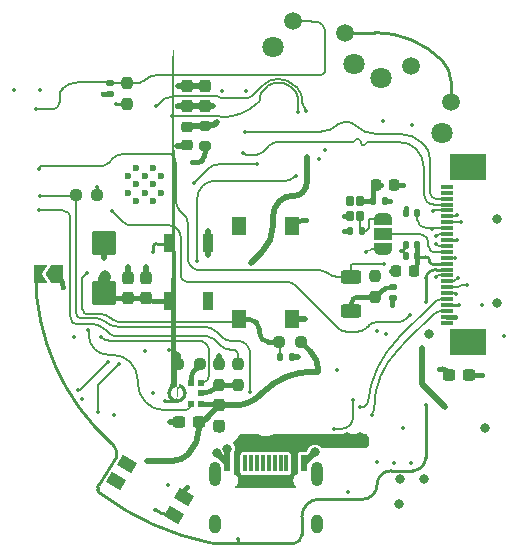
<source format=gbr>
%TF.GenerationSoftware,KiCad,Pcbnew,8.0.5*%
%TF.CreationDate,2025-01-08T19:59:39+01:00*%
%TF.ProjectId,test,74657374-2e6b-4696-9361-645f70636258,rev?*%
%TF.SameCoordinates,PX517370cPY341b1c8*%
%TF.FileFunction,Copper,L1,Top*%
%TF.FilePolarity,Positive*%
%FSLAX46Y46*%
G04 Gerber Fmt 4.6, Leading zero omitted, Abs format (unit mm)*
G04 Created by KiCad (PCBNEW 8.0.5) date 2025-01-08 19:59:39*
%MOMM*%
%LPD*%
G01*
G04 APERTURE LIST*
G04 Aperture macros list*
%AMRoundRect*
0 Rectangle with rounded corners*
0 $1 Rounding radius*
0 $2 $3 $4 $5 $6 $7 $8 $9 X,Y pos of 4 corners*
0 Add a 4 corners polygon primitive as box body*
4,1,4,$2,$3,$4,$5,$6,$7,$8,$9,$2,$3,0*
0 Add four circle primitives for the rounded corners*
1,1,$1+$1,$2,$3*
1,1,$1+$1,$4,$5*
1,1,$1+$1,$6,$7*
1,1,$1+$1,$8,$9*
0 Add four rect primitives between the rounded corners*
20,1,$1+$1,$2,$3,$4,$5,0*
20,1,$1+$1,$4,$5,$6,$7,0*
20,1,$1+$1,$6,$7,$8,$9,0*
20,1,$1+$1,$8,$9,$2,$3,0*%
%AMRotRect*
0 Rectangle, with rotation*
0 The origin of the aperture is its center*
0 $1 length*
0 $2 width*
0 $3 Rotation angle, in degrees counterclockwise*
0 Add horizontal line*
21,1,$1,$2,0,0,$3*%
%AMFreePoly0*
4,1,53,0.180798,1.454629,0.352531,1.394537,0.506585,1.297738,0.635238,1.169085,0.732037,1.015031,0.792129,0.843298,0.812500,0.662500,0.792129,0.481702,0.732037,0.309969,0.635238,0.155915,0.506585,0.027262,0.352531,-0.069537,0.180798,-0.129629,0.000000,-0.150000,-0.180798,-0.129629,-0.352531,-0.069537,-0.506585,0.027262,-0.635238,0.155915,-0.732037,0.309969,-0.792129,0.481702,
-0.812500,0.662500,-0.517770,0.662500,-0.496797,0.516627,-0.435576,0.382572,-0.339067,0.271196,-0.215089,0.191520,-0.073686,0.150000,0.073686,0.150000,0.215089,0.191520,0.339067,0.271196,0.435576,0.382572,0.496797,0.516627,0.517770,0.662500,0.496797,0.808373,0.435576,0.942428,0.339067,1.053804,0.215089,1.133480,0.073686,1.175000,-0.073686,1.175000,-0.215089,1.133480,
-0.339067,1.053804,-0.435576,0.942428,-0.496797,0.808373,-0.517770,0.662500,-0.812500,0.662500,-0.792129,0.843298,-0.732037,1.015031,-0.635238,1.169085,-0.506585,1.297738,-0.352531,1.394537,-0.180798,1.454629,0.000000,1.475000,0.180798,1.454629,0.180798,1.454629,$1*%
%AMFreePoly1*
4,1,6,1.000000,0.000000,0.500000,-0.750000,-0.500000,-0.750000,-0.500000,0.750000,0.500000,0.750000,1.000000,0.000000,1.000000,0.000000,$1*%
%AMFreePoly2*
4,1,6,0.500000,-0.750000,-0.650000,-0.750000,-0.150000,0.000000,-0.650000,0.750000,0.500000,0.750000,0.500000,-0.750000,0.500000,-0.750000,$1*%
%AMFreePoly3*
4,1,19,0.550000,-0.750000,0.000000,-0.750000,0.000000,-0.744911,-0.071157,-0.744911,-0.207708,-0.704816,-0.327430,-0.627875,-0.420627,-0.520320,-0.479746,-0.390866,-0.500000,-0.250000,-0.500000,0.250000,-0.479746,0.390866,-0.420627,0.520320,-0.327430,0.627875,-0.207708,0.704816,-0.071157,0.744911,0.000000,0.744911,0.000000,0.750000,0.550000,0.750000,0.550000,-0.750000,0.550000,-0.750000,
$1*%
%AMFreePoly4*
4,1,19,0.000000,0.744911,0.071157,0.744911,0.207708,0.704816,0.327430,0.627875,0.420627,0.520320,0.479746,0.390866,0.500000,0.250000,0.500000,-0.250000,0.479746,-0.390866,0.420627,-0.520320,0.327430,-0.627875,0.207708,-0.704816,0.071157,-0.744911,0.000000,-0.744911,0.000000,-0.750000,-0.550000,-0.750000,-0.550000,0.750000,0.000000,0.750000,0.000000,0.744911,0.000000,0.744911,
$1*%
G04 Aperture macros list end*
%TA.AperFunction,Conductor*%
%ADD10C,0.250000*%
%TD*%
%TA.AperFunction,SMDPad,CuDef*%
%ADD11RoundRect,0.140000X0.140000X0.170000X-0.140000X0.170000X-0.140000X-0.170000X0.140000X-0.170000X0*%
%TD*%
%TA.AperFunction,SMDPad,CuDef*%
%ADD12RoundRect,0.140000X-0.140000X-0.170000X0.140000X-0.170000X0.140000X0.170000X-0.140000X0.170000X0*%
%TD*%
%TA.AperFunction,SMDPad,CuDef*%
%ADD13RoundRect,0.140000X-0.170000X0.140000X-0.170000X-0.140000X0.170000X-0.140000X0.170000X0.140000X0*%
%TD*%
%TA.AperFunction,SMDPad,CuDef*%
%ADD14RoundRect,0.200000X0.275000X-0.200000X0.275000X0.200000X-0.275000X0.200000X-0.275000X-0.200000X0*%
%TD*%
%TA.AperFunction,SMDPad,CuDef*%
%ADD15RoundRect,0.225000X-0.250000X0.225000X-0.250000X-0.225000X0.250000X-0.225000X0.250000X0.225000X0*%
%TD*%
%TA.AperFunction,SMDPad,CuDef*%
%ADD16RoundRect,0.237500X0.237500X-0.300000X0.237500X0.300000X-0.237500X0.300000X-0.237500X-0.300000X0*%
%TD*%
%TA.AperFunction,SMDPad,CuDef*%
%ADD17R,0.900000X1.500000*%
%TD*%
%TA.AperFunction,SMDPad,CuDef*%
%ADD18RotRect,1.400000X1.000000X330.000000*%
%TD*%
%TA.AperFunction,SMDPad,CuDef*%
%ADD19RoundRect,0.237500X-0.250000X-0.237500X0.250000X-0.237500X0.250000X0.237500X-0.250000X0.237500X0*%
%TD*%
%TA.AperFunction,SMDPad,CuDef*%
%ADD20R,1.300000X1.550000*%
%TD*%
%TA.AperFunction,SMDPad,CuDef*%
%ADD21RoundRect,0.237500X0.300000X0.237500X-0.300000X0.237500X-0.300000X-0.237500X0.300000X-0.237500X0*%
%TD*%
%TA.AperFunction,SMDPad,CuDef*%
%ADD22R,0.522000X0.600000*%
%TD*%
%TA.AperFunction,SMDPad,CuDef*%
%ADD23FreePoly0,0.000000*%
%TD*%
%TA.AperFunction,SMDPad,CuDef*%
%ADD24RoundRect,0.237500X0.237500X-0.250000X0.237500X0.250000X-0.237500X0.250000X-0.237500X-0.250000X0*%
%TD*%
%TA.AperFunction,SMDPad,CuDef*%
%ADD25RoundRect,0.237500X-0.237500X0.300000X-0.237500X-0.300000X0.237500X-0.300000X0.237500X0.300000X0*%
%TD*%
%TA.AperFunction,ComponentPad*%
%ADD26C,1.803400*%
%TD*%
%TA.AperFunction,ComponentPad*%
%ADD27C,1.498600*%
%TD*%
%TA.AperFunction,SMDPad,CuDef*%
%ADD28R,1.100000X0.300000*%
%TD*%
%TA.AperFunction,SMDPad,CuDef*%
%ADD29R,3.100000X2.300000*%
%TD*%
%TA.AperFunction,SMDPad,CuDef*%
%ADD30RoundRect,0.225000X0.225000X0.250000X-0.225000X0.250000X-0.225000X-0.250000X0.225000X-0.250000X0*%
%TD*%
%TA.AperFunction,SMDPad,CuDef*%
%ADD31RoundRect,0.250000X0.625000X-0.312500X0.625000X0.312500X-0.625000X0.312500X-0.625000X-0.312500X0*%
%TD*%
%TA.AperFunction,SMDPad,CuDef*%
%ADD32RoundRect,0.225000X-0.225000X-0.250000X0.225000X-0.250000X0.225000X0.250000X-0.225000X0.250000X0*%
%TD*%
%TA.AperFunction,SMDPad,CuDef*%
%ADD33RoundRect,0.030000X-0.270000X0.357500X-0.270000X-0.357500X0.270000X-0.357500X0.270000X0.357500X0*%
%TD*%
%TA.AperFunction,SMDPad,CuDef*%
%ADD34FreePoly1,180.000000*%
%TD*%
%TA.AperFunction,SMDPad,CuDef*%
%ADD35FreePoly2,180.000000*%
%TD*%
%TA.AperFunction,SMDPad,CuDef*%
%ADD36RoundRect,0.237500X-0.237500X0.250000X-0.237500X-0.250000X0.237500X-0.250000X0.237500X0.250000X0*%
%TD*%
%TA.AperFunction,ComponentPad*%
%ADD37O,1.000000X2.100000*%
%TD*%
%TA.AperFunction,ComponentPad*%
%ADD38O,1.000000X1.600000*%
%TD*%
%TA.AperFunction,SMDPad,CuDef*%
%ADD39R,0.600000X1.450000*%
%TD*%
%TA.AperFunction,SMDPad,CuDef*%
%ADD40R,0.300000X1.450000*%
%TD*%
%TA.AperFunction,SMDPad,CuDef*%
%ADD41FreePoly3,270.000000*%
%TD*%
%TA.AperFunction,SMDPad,CuDef*%
%ADD42R,1.500000X1.000000*%
%TD*%
%TA.AperFunction,SMDPad,CuDef*%
%ADD43FreePoly4,270.000000*%
%TD*%
%TA.AperFunction,SMDPad,CuDef*%
%ADD44RoundRect,0.237500X0.250000X0.237500X-0.250000X0.237500X-0.250000X-0.237500X0.250000X-0.237500X0*%
%TD*%
%TA.AperFunction,SMDPad,CuDef*%
%ADD45RoundRect,0.100000X-0.900000X0.900000X-0.900000X-0.900000X0.900000X-0.900000X0.900000X0.900000X0*%
%TD*%
%TA.AperFunction,HeatsinkPad*%
%ADD46C,0.600000*%
%TD*%
%TA.AperFunction,ViaPad*%
%ADD47C,0.350000*%
%TD*%
%TA.AperFunction,ViaPad*%
%ADD48C,0.800000*%
%TD*%
%TA.AperFunction,Conductor*%
%ADD49C,0.400000*%
%TD*%
%TA.AperFunction,Conductor*%
%ADD50C,0.500000*%
%TD*%
%TA.AperFunction,Conductor*%
%ADD51C,0.200000*%
%TD*%
%TA.AperFunction,Conductor*%
%ADD52C,1.000000*%
%TD*%
%TA.AperFunction,Conductor*%
%ADD53C,0.160000*%
%TD*%
G04 APERTURE END LIST*
D10*
%TO.N,PMIC_PWRON*%
X-4610170Y-22910845D02*
G75*
G02*
X-14070000Y-18660000I4610170J22910845D01*
G01*
X-13017744Y-14518637D02*
G75*
G02*
X-19499999Y-50000I13017744J14518637D01*
G01*
X-14130000Y-17920000D02*
X-12710000Y-15600000D01*
%TD*%
D11*
%TO.P,C31,1*%
%TO.N,+3V3CAM*%
X12830000Y1390000D03*
%TO.P,C31,2*%
%TO.N,GND*%
X11870000Y1390000D03*
%TD*%
D12*
%TO.P,C29,1*%
%TO.N,+3V3CAM*%
X9110000Y6080000D03*
%TO.P,C29,2*%
%TO.N,GND*%
X10070000Y6080000D03*
%TD*%
D13*
%TO.P,C27,1*%
%TO.N,SW_L3*%
X-13170000Y16050000D03*
%TO.P,C27,2*%
%TO.N,GND*%
X-13170000Y15090000D03*
%TD*%
%TO.P,C13,1*%
%TO.N,Net-(C13-Pad1)*%
X10740000Y-1190000D03*
%TO.P,C13,2*%
%TO.N,GND*%
X10740000Y-2150000D03*
%TD*%
D11*
%TO.P,C10,1*%
%TO.N,+3V3CAM*%
X12820000Y2360000D03*
%TO.P,C10,2*%
%TO.N,GND*%
X11860000Y2360000D03*
%TD*%
D14*
%TO.P,R1,1*%
%TO.N,+3V3*%
X-5130000Y10725000D03*
%TO.P,R1,2*%
%TO.N,EN*%
X-5130000Y12375000D03*
%TD*%
D15*
%TO.P,C1,1*%
%TO.N,EN*%
X-6700000Y12325000D03*
%TO.P,C1,2*%
%TO.N,GND*%
X-6700000Y10775000D03*
%TD*%
D16*
%TO.P,C2,1*%
%TO.N,+3V3*%
X-6680000Y14097500D03*
%TO.P,C2,2*%
%TO.N,GND*%
X-6680000Y15822500D03*
%TD*%
D12*
%TO.P,C30,1*%
%TO.N,SW_L1*%
X1230000Y-7170000D03*
%TO.P,C30,2*%
%TO.N,GND*%
X2190000Y-7170000D03*
%TD*%
D17*
%TO.P,D4,1,VDD*%
%TO.N,VSYS*%
X-8215000Y-2440000D03*
%TO.P,D4,2,DOUT*%
%TO.N,unconnected-(D4-DOUT-Pad2)*%
X-4915000Y-2440000D03*
%TO.P,D4,3,VSS*%
%TO.N,GND*%
X-4915000Y2460000D03*
%TO.P,D4,4,DIN*%
%TO.N,LEDCNTRL*%
X-8215000Y2460000D03*
%TD*%
D18*
%TO.P,SW4,*%
%TO.N,*%
X-11789872Y-16217547D03*
X-12639871Y-17689790D03*
%TO.P,SW4,1,1*%
%TO.N,GND*%
X-6940128Y-19017547D03*
%TO.P,SW4,2,2*%
%TO.N,Net-(JP2-A)*%
X-7790129Y-20489791D03*
%TD*%
D19*
%TO.P,R2,1*%
%TO.N,GND*%
X-7392500Y-7750000D03*
%TO.P,R2,2*%
%TO.N,Net-(MK2-LR)*%
X-5567500Y-7750000D03*
%TD*%
D20*
%TO.P,SW5,*%
%TO.N,*%
X-2250000Y3975000D03*
%TO.P,SW5,1,1*%
%TO.N,GND*%
X2250000Y3975000D03*
X2250000Y-3975000D03*
%TO.P,SW5,2,2*%
%TO.N,SW_L1*%
X-2250000Y-3975000D03*
%TD*%
D21*
%TO.P,C21,1*%
%TO.N,GND*%
X17240000Y-8680000D03*
%TO.P,C21,2*%
%TO.N,VSYS*%
X15515000Y-8680000D03*
%TD*%
D22*
%TO.P,MK2,1,WS*%
%TO.N,WS_MIC*%
X-5478000Y-9330000D03*
%TO.P,MK2,2,LR*%
%TO.N,Net-(MK2-LR)*%
X-6300000Y-9330000D03*
D23*
%TO.P,MK2,3,GND*%
%TO.N,GND*%
X-7552000Y-10892500D03*
D22*
%TO.P,MK2,4,SCK*%
%TO.N,BCLK_MIC*%
X-6300000Y-11130000D03*
%TO.P,MK2,5,VDD*%
%TO.N,+3V3*%
X-5478000Y-11130000D03*
%TO.P,MK2,6,SD*%
%TO.N,Net-(MK2-SD)*%
X-5478000Y-10230000D03*
%TD*%
D21*
%TO.P,C4,1*%
%TO.N,+3V3*%
X-5637500Y-12690000D03*
%TO.P,C4,2*%
%TO.N,GND*%
X-7362500Y-12690000D03*
%TD*%
D24*
%TO.P,R12,1*%
%TO.N,+3V3*%
X-11780000Y14257500D03*
%TO.P,R12,2*%
%TO.N,SW_L3*%
X-11780000Y16082500D03*
%TD*%
D25*
%TO.P,C26,1*%
%TO.N,GND*%
X-11670000Y-455000D03*
%TO.P,C26,2*%
%TO.N,VSYS*%
X-11670000Y-2180000D03*
%TD*%
D26*
%TO.P,SW2,*%
%TO.N,*%
X14927083Y11787951D03*
X9717637Y16478557D03*
D27*
%TO.P,SW2,1,1*%
%TO.N,GND*%
X15660772Y14478363D03*
%TO.P,SW2,2,2*%
%TO.N,SW_L2*%
X12316619Y17489452D03*
%TD*%
D28*
%TO.P,U3,1,NC*%
%TO.N,unconnected-(U3-NC-Pad1)*%
X15385000Y-4250000D03*
%TO.P,U3,2,AGND*%
%TO.N,GND*%
X15385000Y-3750000D03*
%TO.P,U3,3,SDA*%
%TO.N,CAM_SDA*%
X15385000Y-3250000D03*
%TO.P,U3,4,AVDD*%
%TO.N,+2V8*%
X15385000Y-2750000D03*
%TO.P,U3,5,SCL*%
%TO.N,CAM_SCL*%
X15385000Y-2250000D03*
%TO.P,U3,6,RESET*%
%TO.N,CAM_RESET*%
X15385000Y-1750000D03*
%TO.P,U3,7,VSYNC*%
%TO.N,CAM_VSYNC*%
X15385000Y-1250000D03*
%TO.P,U3,8,PWDN*%
%TO.N,CAM_PWDN*%
X15385000Y-750000D03*
%TO.P,U3,9,HREF*%
%TO.N,CAM_HREF*%
X15385000Y-250000D03*
%TO.P,U3,10,DVDD*%
%TO.N,+1V5*%
X15385000Y250000D03*
%TO.P,U3,11,DOVDD*%
%TO.N,+3V3CAM*%
X15385000Y750000D03*
%TO.P,U3,12,Y9*%
%TO.N,CAM_Y9*%
X15385000Y1250000D03*
%TO.P,U3,13,MCLK*%
%TO.N,Net-(JP1-C)*%
X15385000Y1750000D03*
%TO.P,U3,14,Y8*%
%TO.N,CAM_Y8*%
X15385000Y2250000D03*
%TO.P,U3,15,DGND*%
%TO.N,GND*%
X15385000Y2750000D03*
%TO.P,U3,16,Y7*%
%TO.N,CAM_Y7*%
X15385000Y3250000D03*
%TO.P,U3,17,PCLK*%
%TO.N,CAM_PCLK*%
X15385000Y3750000D03*
%TO.P,U3,18,Y6*%
%TO.N,CAM_Y6*%
X15385000Y4250000D03*
%TO.P,U3,19,Y2*%
%TO.N,CAM_Y2*%
X15385000Y4750000D03*
%TO.P,U3,20,Y5*%
%TO.N,CAM_Y5*%
X15385000Y5250000D03*
%TO.P,U3,21,Y3*%
%TO.N,CAM_Y3*%
X15385000Y5750000D03*
%TO.P,U3,22,Y4*%
%TO.N,CAM_Y4*%
X15385000Y6250000D03*
%TO.P,U3,23,NC*%
%TO.N,unconnected-(U3-NC-Pad23)*%
X15385000Y6750000D03*
%TO.P,U3,24,NC*%
%TO.N,unconnected-(U3-NC-Pad24)*%
X15385000Y7250000D03*
D29*
%TO.P,U3,MP*%
%TO.N,N/C*%
X17085000Y-5920000D03*
X17085000Y8920000D03*
%TD*%
D11*
%TO.P,C33,1*%
%TO.N,CAM_CLKINTRNL*%
X8120000Y3538000D03*
%TO.P,C33,2*%
%TO.N,GND*%
X7160000Y3538000D03*
%TD*%
D30*
%TO.P,C23,1*%
%TO.N,GND*%
X10855000Y7440000D03*
%TO.P,C23,2*%
%TO.N,+3V3CAM*%
X9305000Y7440000D03*
%TD*%
D19*
%TO.P,R10,1*%
%TO.N,PMIC_IRQ*%
X-16092500Y6530000D03*
%TO.P,R10,2*%
%TO.N,+3V3*%
X-14267500Y6530000D03*
%TD*%
D24*
%TO.P,R3,1*%
%TO.N,Net-(MK2-SD)*%
X-3949500Y-9552500D03*
%TO.P,R3,2*%
%TO.N,GND*%
X-3949500Y-7727500D03*
%TD*%
D25*
%TO.P,C25,1*%
%TO.N,GND*%
X-10120000Y-437500D03*
%TO.P,C25,2*%
%TO.N,VSYS*%
X-10120000Y-2162500D03*
%TD*%
D31*
%TO.P,NC3,1*%
%TO.N,Net-(C13-Pad1)*%
X7257500Y-3264500D03*
%TO.P,NC3,2*%
%TO.N,CAM_RESET*%
X7257500Y-339500D03*
%TD*%
D16*
%TO.P,C3,1*%
%TO.N,+3V3*%
X-5110000Y14097500D03*
%TO.P,C3,2*%
%TO.N,GND*%
X-5110000Y15822500D03*
%TD*%
D32*
%TO.P,C24,1*%
%TO.N,GND*%
X11012500Y148000D03*
%TO.P,C24,2*%
%TO.N,+3V3CAM*%
X12562500Y148000D03*
%TD*%
D33*
%TO.P,U4,1,OE*%
%TO.N,unconnected-(U4-OE-Pad1)*%
X7140000Y6053400D03*
%TO.P,U4,2,GND*%
%TO.N,GND*%
X7140000Y4778400D03*
%TO.P,U4,3,OUT*%
%TO.N,CAM_CLKINTRNL*%
X7940000Y4778400D03*
%TO.P,U4,4,VDD*%
%TO.N,+3V3CAM*%
X7940000Y6053400D03*
%TD*%
D34*
%TO.P,JP3,1,A*%
%TO.N,Net-(JP3-A)*%
X-17670000Y-100000D03*
D35*
%TO.P,JP3,2,B*%
%TO.N,PMIC_PWRON*%
X-19120000Y-100000D03*
%TD*%
D36*
%TO.P,R4,1*%
%TO.N,I2SDAT_MIC*%
X-2359500Y-7707500D03*
%TO.P,R4,2*%
%TO.N,Net-(MK2-SD)*%
X-2359500Y-9532500D03*
%TD*%
D37*
%TO.P,P1,*%
%TO.N,*%
X-4320000Y-17080000D03*
D38*
X-4320000Y-21260000D03*
D37*
X4320000Y-17080000D03*
D39*
%TO.P,P1,A1,GND*%
%TO.N,GND*%
X-3250000Y-16165000D03*
%TO.P,P1,A4,VBUS*%
%TO.N,VBUS*%
X-2450000Y-16165000D03*
D40*
%TO.P,P1,A5,CC*%
%TO.N,unconnected-(P1-CC-PadA5)*%
X-1250000Y-16165000D03*
%TO.P,P1,A6,D+*%
%TO.N,unconnected-(P1-D+-PadA6)*%
X-250000Y-16165000D03*
%TO.P,P1,A7,D-*%
%TO.N,unconnected-(P1-D--PadA7)*%
X250000Y-16165000D03*
%TO.P,P1,A8*%
%TO.N,N/C*%
X1250000Y-16165000D03*
D39*
%TO.P,P1,A9,VBUS*%
%TO.N,VBUS*%
X2450000Y-16165000D03*
%TO.P,P1,A12,GND*%
%TO.N,GND*%
X3250000Y-16165000D03*
%TO.P,P1,B1,GND*%
X3250000Y-16165000D03*
%TO.P,P1,B4,VBUS*%
%TO.N,VBUS*%
X2450000Y-16165000D03*
D40*
%TO.P,P1,B5,VCONN*%
%TO.N,unconnected-(P1-VCONN-PadB5)*%
X1750000Y-16165000D03*
%TO.P,P1,B6*%
%TO.N,N/C*%
X750000Y-16165000D03*
%TO.P,P1,B7*%
X-750000Y-16165000D03*
%TO.P,P1,B8*%
X-1750000Y-16165000D03*
D39*
%TO.P,P1,B9,VBUS*%
%TO.N,VBUS*%
X-2450000Y-16165000D03*
%TO.P,P1,B12,GND*%
%TO.N,GND*%
X-3250000Y-16165000D03*
D38*
%TO.P,P1,S1,SHIELD*%
%TO.N,Net-(P1-SHIELD)*%
X4320000Y-21260000D03*
%TD*%
D25*
%TO.P,C5,1*%
%TO.N,+3V3*%
X-3939500Y-11257500D03*
%TO.P,C5,2*%
%TO.N,GND*%
X-3939500Y-12982500D03*
%TD*%
D26*
%TO.P,SW1,*%
%TO.N,*%
X7456432Y17622643D03*
X599616Y19080103D03*
D27*
%TO.P,SW1,1,1*%
%TO.N,GND*%
X6746619Y20319452D03*
%TO.P,SW1,2,2*%
%TO.N,SW_L3*%
X2344953Y21255056D03*
%TD*%
D11*
%TO.P,C9,1*%
%TO.N,CAM_PCLK*%
X12830000Y5000000D03*
%TO.P,C9,2*%
%TO.N,GND*%
X11870000Y5000000D03*
%TD*%
D41*
%TO.P,JP1,1,A*%
%TO.N,CAM_CLKINTRNL*%
X9940000Y4560000D03*
D42*
%TO.P,JP1,2,C*%
%TO.N,Net-(JP1-C)*%
X9940000Y3260000D03*
D43*
%TO.P,JP1,3,B*%
%TO.N,CAM_MCLK*%
X9940000Y1960000D03*
%TD*%
D44*
%TO.P,R15,1*%
%TO.N,+3V3*%
X2965000Y-5860000D03*
%TO.P,R15,2*%
%TO.N,SW_L1*%
X1140000Y-5860000D03*
%TD*%
D45*
%TO.P,3v3J2,1,Pin_1*%
%TO.N,GND*%
X-13710000Y2516100D03*
%TO.P,3v3J2,2,Pin_2*%
%TO.N,VSYS*%
X-13710000Y-1751100D03*
%TD*%
D24*
%TO.P,R7,1*%
%TO.N,Net-(C13-Pad1)*%
X9250000Y-2105000D03*
%TO.P,R7,2*%
%TO.N,+3V3CAM*%
X9250000Y-280000D03*
%TD*%
D46*
%TO.P,U2,41,GND*%
%TO.N,GND*%
X-8845000Y6760000D03*
X-8845000Y8160000D03*
X-9545000Y6060000D03*
X-9545000Y7460000D03*
X-9545000Y8860000D03*
X-10245000Y6760000D03*
X-10245000Y8160000D03*
X-10945000Y6060000D03*
X-10945000Y7460000D03*
X-10945000Y8860000D03*
X-11645000Y6760000D03*
X-11645000Y8160000D03*
%TD*%
D47*
%TO.N,+3V3*%
X-5780000Y-14130000D03*
X2810000Y-8507657D03*
X4460000Y-8380000D03*
%TO.N,VSYS*%
X-1240000Y830000D03*
%TO.N,GND*%
X3400000Y4450000D03*
X-4910000Y1460000D03*
X-1670000Y15400000D03*
X-3940000Y-13322700D03*
X-13780000Y15130000D03*
X10710000Y-2760000D03*
D48*
X-4150000Y-15260000D03*
X18600000Y-13200000D03*
D47*
X-7550000Y10680000D03*
X-7420000Y15830000D03*
X-12890000Y-12090000D03*
X-16270000Y-5490000D03*
X6610000Y3530000D03*
X12300000Y-16140000D03*
X6010000Y-8270000D03*
X-6640000Y-18180000D03*
X16170000Y2750000D03*
X-8570000Y-10900000D03*
X18321724Y-8700000D03*
X-10120000Y470000D03*
X-4890000Y3500000D03*
X5000000Y10400000D03*
D48*
X-3240000Y-14910000D03*
D47*
X-3950000Y-7050000D03*
X3290000Y-3970000D03*
X15990000Y-3750000D03*
X6630000Y4770000D03*
X2740000Y-7170000D03*
D48*
X4170000Y-15230000D03*
D47*
X-7400000Y-7020000D03*
X-15560000Y-10750000D03*
X18350000Y-2760000D03*
D48*
X19560000Y4560000D03*
D47*
X11481511Y1830000D03*
X20172490Y-5397500D03*
D48*
X11280000Y-19600000D03*
D47*
X-8140000Y-12690000D03*
X11872500Y5500000D03*
X-19100000Y15410000D03*
X10627000Y148000D03*
X9380000Y-16080000D03*
X10540000Y6060000D03*
X-10250000Y-6610000D03*
X-8170000Y-6570000D03*
D48*
X11340000Y-17500000D03*
D47*
X-21280000Y15410000D03*
X-13710000Y1230000D03*
X-3710000Y15400000D03*
X11660000Y7440000D03*
X9460000Y-4940000D03*
X-11670000Y470000D03*
D48*
X13400000Y-17500000D03*
D47*
X10840000Y-16120000D03*
X6930000Y-18580000D03*
X12390000Y12450000D03*
X-8290000Y-17960000D03*
%TO.N,EN*%
X-4145016Y12715016D03*
%TO.N,+3V3*%
X4540000Y9580000D03*
X-12653917Y14257476D03*
D48*
X13800000Y-5200000D03*
D47*
X-10040000Y-15920000D03*
X-4480000Y14090000D03*
X9910000Y12850000D03*
X-6250000Y9330000D03*
D48*
X19600000Y-2600000D03*
D47*
X-14267500Y7200000D03*
X-7470000Y14090000D03*
%TO.N,VSYS*%
X-9510000Y-10180000D03*
X14710000Y-8150000D03*
X10200000Y-5200000D03*
X11600000Y-13170000D03*
X3470000Y9780000D03*
D48*
X-13600000Y-200000D03*
D47*
%TO.N,CAM_PCLK*%
X14050000Y3720000D03*
%TO.N,+2V8*%
X16354141Y-2759998D03*
D48*
%TO.N,VBUS*%
X6840000Y-13960000D03*
X7980000Y-13960000D03*
D47*
%TO.N,SW_L3*%
X-19450000Y13820000D03*
%TO.N,SW_L1*%
X-15150000Y-70000D03*
%TO.N,Net-(D1-K)*%
X5780000Y-13230000D03*
X7390000Y-10780000D03*
%TO.N,+3V3CAM*%
X12562500Y148000D03*
X15200000Y-11400000D03*
X13200000Y-6400000D03*
X9759989Y7440011D03*
X9200000Y0D03*
%TO.N,LEDCNTRL*%
X-9530000Y1720000D03*
%TO.N,RXD*%
X2710000Y13630000D03*
X-7980000Y13240000D03*
%TO.N,TXD*%
X3410000Y13640000D03*
X-9264693Y14114693D03*
%TO.N,GPIO0*%
X-713589Y9164400D03*
X-6050000Y7600000D03*
%TO.N,GPIO46*%
X-5810000Y1000000D03*
X2530000Y8170000D03*
%TO.N,CAM_PWDN*%
X16280000Y-470000D03*
%TO.N,CAM_RESET*%
X10000000Y700000D03*
X16130000Y-1800000D03*
X-19200000Y8800000D03*
%TO.N,PMIC_PWRON*%
X13530000Y-11210000D03*
X-2310000Y-22590000D03*
%TO.N,I2SDAT_MIC*%
X-19170000Y5250000D03*
%TO.N,CAM_SDA*%
X8990000Y-12050000D03*
%TO.N,CAM_SCL*%
X7970000Y-11400000D03*
%TO.N,PMIC_IRQ*%
X-19110000Y6510000D03*
X-1330000Y-10120000D03*
%TO.N,BCLK_AMP*%
X-15900000Y-9930000D03*
X-13360000Y-7580000D03*
%TO.N,WS_AMP*%
X-14180000Y-11800000D03*
X-12440000Y-7760000D03*
%TO.N,CAM_Y3*%
X-1940000Y10110000D03*
%TO.N,CAM_MCLK*%
X8470000Y1770000D03*
%TO.N,BCLK_MIC*%
X-15030000Y-4880000D03*
%TO.N,CAM_Y5*%
X14120000Y5230000D03*
%TO.N,CAM_Y6*%
X16550000Y4260000D03*
%TO.N,WS_MIC*%
X-13920000Y-5490000D03*
%TO.N,CAM_Y4*%
X-1720000Y11930000D03*
%TO.N,CAM_Y8*%
X14380000Y2380000D03*
%TO.N,CAM_VSYNC*%
X12200000Y-3600000D03*
X17080000Y-1100000D03*
X-13000000Y5200000D03*
%TO.N,CAM_Y9*%
X15990000Y1250000D03*
%TO.N,CAM_Y2*%
X16200000Y4870000D03*
%TO.N,CAM_HREF*%
X14400000Y-400000D03*
%TO.N,CAM_Y7*%
X14430000Y3130000D03*
%TO.N,+1V5*%
X13534976Y-2463401D03*
%TO.N,Net-(JP2-A)*%
X-9340000Y-20070000D03*
%TO.N,Net-(JP3-A)*%
X-17140000Y-1300000D03*
%TD*%
D49*
%TO.N,GND*%
X-3939500Y-13322200D02*
X-3940000Y-13322700D01*
X-3939500Y-12982500D02*
X-3939500Y-13322200D01*
D50*
%TO.N,+3V3*%
X4460000Y-8380000D02*
X4460000Y-8274852D01*
X4460000Y-8390000D02*
X4460000Y-8380000D01*
X-225356Y-10135356D02*
G75*
G02*
X3988306Y-8389999I4213656J-4213644D01*
G01*
X3809566Y-6704567D02*
X3780000Y-6675000D01*
X-370000Y-10280000D02*
X-225356Y-10135356D01*
X4460000Y-8274852D02*
G75*
G03*
X3809539Y-6704594I-2220700J-48D01*
G01*
X-2729893Y-11257500D02*
G75*
G03*
X-370002Y-10279998I-7J3337400D01*
G01*
X3988306Y-8390000D02*
X4460000Y-8390000D01*
X-3939500Y-11257500D02*
X-2729893Y-11257500D01*
D51*
%TO.N,PMIC_IRQ*%
X-1330000Y-6711126D02*
X-1330000Y-10120000D01*
X-1605857Y-6124143D02*
X-1550000Y-6180000D01*
X-3018163Y-5770000D02*
X-2460833Y-5770000D01*
X-4138665Y-5031335D02*
X-3670000Y-5500000D01*
X-12482894Y-4600000D02*
X-5180000Y-4600000D01*
X-15617574Y-3890000D02*
X-14196984Y-3890000D01*
X-15930000Y-3720000D02*
X-15860711Y-3789290D01*
X-16080000Y6517500D02*
X-16080000Y-3378578D01*
X-16092500Y6530000D02*
X-16080000Y6517500D01*
X-1550000Y-6180000D02*
G75*
G02*
X-1330011Y-6711126I-531100J-531100D01*
G01*
X-2460833Y-5770000D02*
G75*
G02*
X-1605844Y-6124130I33J-1209100D01*
G01*
X-3670000Y-5500000D02*
G75*
G03*
X-3018163Y-5769984I651800J651800D01*
G01*
X-14196984Y-3890000D02*
G75*
G02*
X-13690004Y-4100004I-16J-717000D01*
G01*
X-15944644Y-3705356D02*
X-15930000Y-3720000D01*
X-5180000Y-4600000D02*
G75*
G02*
X-4138659Y-5031329I0J-1472700D01*
G01*
X-16080000Y-3378578D02*
G75*
G03*
X-15944648Y-3705360I462100J-22D01*
G01*
X-15860711Y-3789290D02*
G75*
G03*
X-15617574Y-3889967I243111J243190D01*
G01*
X-13690000Y-4100000D02*
G75*
G03*
X-12482894Y-4599997I1207100J1207100D01*
G01*
D50*
%TO.N,VSYS*%
X3470000Y7634974D02*
X3470000Y9780000D01*
X3108995Y6778995D02*
X3120000Y6790000D01*
X2260000Y6500000D02*
X2435442Y6500000D01*
X1150000Y6030000D02*
X1167451Y6047451D01*
X3120000Y6790000D02*
G75*
G03*
X3470010Y7634974I-845000J845000D01*
G01*
X600000Y3954005D02*
X600000Y4702183D01*
X2435442Y6500000D02*
G75*
G03*
X3108964Y6779026I-42J952500D01*
G01*
X1167451Y6047451D02*
G75*
G02*
X2260000Y6499999I1092549J-1092551D01*
G01*
X-1240000Y830000D02*
X-1240000Y820000D01*
X600000Y4702183D02*
G75*
G02*
X1149995Y6030005I1877800J17D01*
G01*
X-1240000Y820000D02*
X-315000Y1745000D01*
X-315000Y1745000D02*
G75*
G03*
X599998Y3954005I-2209000J2209000D01*
G01*
D49*
%TO.N,GND*%
X15385000Y-3750000D02*
X15990000Y-3750000D01*
D50*
X-6680000Y15822500D02*
X-7412500Y15822500D01*
X-3253536Y-16156465D02*
X-4150000Y-15260000D01*
X-3950000Y-7050000D02*
X-3949500Y-7050500D01*
X-3250000Y-16165000D02*
X-3250000Y-14934142D01*
X2250000Y-3975000D02*
X3285000Y-3975000D01*
D49*
X10080000Y6048000D02*
X10511030Y6048000D01*
D50*
X-5110000Y15822500D02*
X-6680000Y15822500D01*
X-6700000Y10687500D02*
X-7542500Y10687500D01*
D49*
X10707500Y-2192000D02*
X10707500Y-2753965D01*
X6650279Y4778400D02*
X6630000Y4770000D01*
X7140000Y4778400D02*
X6650279Y4778400D01*
D50*
X-7542500Y10687500D02*
X-7550000Y10680000D01*
X-7362500Y-12690000D02*
X-8140000Y-12690000D01*
X-10120000Y-437500D02*
X-10120000Y470000D01*
D10*
X-8562500Y-10892500D02*
X-8570000Y-10900000D01*
D49*
X10855000Y7440000D02*
X11660000Y7440000D01*
D50*
X-4890000Y1480000D02*
X-4890000Y2450000D01*
D10*
X6746619Y20319452D02*
X9219637Y20319452D01*
D50*
X-4890000Y2450000D02*
X-4890000Y3500000D01*
X2190000Y-7170000D02*
X2740000Y-7170000D01*
X-3250000Y-16165000D02*
X-3253536Y-16156465D01*
D49*
X-6824466Y-18364465D02*
X-6640000Y-18180000D01*
D10*
X11650000Y1720000D02*
X11581360Y1788640D01*
D49*
X6629313Y3538000D02*
X6610000Y3530000D01*
D10*
X11819164Y2119163D02*
X11590000Y1890000D01*
D50*
X3260607Y-16139394D02*
X4170000Y-15230000D01*
D49*
X10627000Y148000D02*
X11012500Y148000D01*
D50*
X-3949500Y-7050500D02*
X-3949500Y-7727500D01*
D10*
X11768252Y1601748D02*
X11650000Y1720000D01*
X-7552000Y-10892500D02*
X-8562500Y-10892500D01*
D50*
X-7412500Y15822500D02*
X-7420000Y15830000D01*
D10*
X14940000Y17950000D02*
X14950502Y17939498D01*
X11590000Y1890000D02*
X11560234Y1862609D01*
D50*
X-7392500Y-7750000D02*
X-7392500Y-7038106D01*
X-7392500Y-7038106D02*
X-7400000Y-7020000D01*
D10*
X11481509Y1830000D02*
X11481511Y1830000D01*
X15660772Y16224755D02*
X15660772Y14478363D01*
D49*
X3400000Y4450000D02*
X3396751Y4450000D01*
D50*
X-13710000Y2516100D02*
X-13710000Y1230000D01*
D49*
X10707500Y-2753965D02*
X10710000Y-2760000D01*
X11870000Y5000000D02*
X11870000Y5493965D01*
D50*
X-11670000Y-455000D02*
X-11670000Y470000D01*
D49*
X17240000Y-8680000D02*
X18273440Y-8680000D01*
D50*
X3285000Y-3975000D02*
X3290000Y-3970000D01*
D49*
X-13150000Y15120000D02*
X-13755858Y15120000D01*
X7160000Y3538000D02*
X6629313Y3538000D01*
D10*
X15385000Y2750000D02*
X16170000Y2750000D01*
X11877500Y1338000D02*
G75*
G03*
X11768253Y1601749I-373000J0D01*
G01*
D49*
X18273440Y-8680000D02*
G75*
G02*
X18321707Y-8700017I-40J-68300D01*
G01*
X10511030Y6048000D02*
G75*
G03*
X10539991Y6060009I-30J41000D01*
G01*
D10*
X11581360Y1788640D02*
G75*
G03*
X11481509Y1830009I-99860J-99840D01*
G01*
D50*
X-3250000Y-14934142D02*
G75*
G02*
X-3240012Y-14909988I34100J42D01*
G01*
D10*
X11877500Y2260000D02*
G75*
G02*
X11819169Y2119158I-199200J0D01*
G01*
D49*
X3396751Y4450000D02*
G75*
G03*
X2249985Y3975015I-51J-1621700D01*
G01*
D10*
X11560234Y1862609D02*
G75*
G02*
X11481509Y1829984I-78734J78691D01*
G01*
X14950502Y17939498D02*
G75*
G02*
X15660752Y16224755I-1714702J-1714698D01*
G01*
D50*
X3250000Y-16165000D02*
G75*
G02*
X3260609Y-16139396I36200J0D01*
G01*
D49*
X-13755858Y15120000D02*
G75*
G02*
X-13780012Y15129988I-42J34100D01*
G01*
D10*
X9219637Y20319452D02*
G75*
G02*
X14939989Y17949989I-37J-8089852D01*
G01*
D49*
X-7070128Y-18957547D02*
G75*
G02*
X-6824436Y-18364495I838728J-53D01*
G01*
D50*
%TO.N,EN*%
X-5180000Y12412500D02*
X-5130000Y12462500D01*
X-5130000Y12462500D02*
X-4397532Y12462500D01*
X-4397532Y12462500D02*
X-4145016Y12715016D01*
X-6700000Y12412500D02*
X-5180000Y12412500D01*
%TO.N,+3V3*%
X-4498106Y14097500D02*
X-4480000Y14090000D01*
X-6680000Y14097500D02*
X-6745396Y14100688D01*
D10*
X-11780000Y14257500D02*
X-12653893Y14257500D01*
D50*
X-6745396Y14100688D02*
X-7444197Y14100688D01*
X-5110000Y14097500D02*
X-4498106Y14097500D01*
D49*
X3244436Y-5860000D02*
X2965000Y-5860000D01*
D50*
X-5184263Y-12502263D02*
X-3939500Y-11257500D01*
D49*
X-5470503Y9439498D02*
X-5400000Y9510000D01*
D10*
X-12653893Y14257500D02*
X-12653917Y14257476D01*
D49*
X-5478000Y-11130000D02*
X-4247312Y-11130000D01*
D50*
X-6680000Y14097500D02*
X-5110000Y14097500D01*
X-10040000Y-15920000D02*
X-7797106Y-15920000D01*
D10*
X-14267500Y7200000D02*
X-14267500Y6530000D01*
D51*
X-5130000Y10637500D02*
X-5130000Y10450000D01*
D49*
X3780000Y-6675000D02*
X2965000Y-5860000D01*
X-5130000Y10161837D02*
X-5130000Y10637500D01*
D50*
X-5637500Y-13120462D02*
X-5637500Y-12690000D01*
D49*
X-6250000Y9330000D02*
X-5734853Y9330000D01*
X-4247312Y-11130000D02*
G75*
G02*
X-3939496Y-11257496I12J-435300D01*
G01*
D50*
X-7797106Y-15920000D02*
G75*
G03*
X-6589998Y-15420002I6J1707100D01*
G01*
X-7444197Y14100688D02*
G75*
G03*
X-7470001Y14090001I-3J-36488D01*
G01*
D49*
X-5734853Y9330000D02*
G75*
G03*
X-5470536Y9439531I-47J373800D01*
G01*
D50*
X-5637500Y-12690000D02*
G75*
G03*
X-5184258Y-12502268I0J641000D01*
G01*
D49*
X-5400000Y9510000D02*
G75*
G03*
X-5130016Y10161837I-651800J651800D01*
G01*
D50*
X-6590000Y-15420000D02*
G75*
G03*
X-5637516Y-13120462I-2299500J2299500D01*
G01*
D49*
%TO.N,VSYS*%
X15515000Y-8675000D02*
X15515000Y-8680000D01*
X-9425914Y-2450000D02*
X-8190000Y-2450000D01*
X-11670000Y-2180000D02*
X-10137500Y-2180000D01*
D52*
X-13710000Y-1751100D02*
X-13710000Y-510000D01*
D49*
X14710000Y-8150000D02*
X14990000Y-8150000D01*
D52*
X-13710000Y-510000D02*
X-13600000Y-400000D01*
D49*
X-11670000Y-2180000D02*
X-13281100Y-2180000D01*
X-8335000Y-2595000D02*
G75*
G03*
X-8190000Y-2450000I0J145000D01*
G01*
X14990000Y-8150000D02*
G75*
G02*
X15515000Y-8675000I0J-525000D01*
G01*
X-10120000Y-2162500D02*
G75*
G03*
X-9425914Y-2450006I694100J694100D01*
G01*
D53*
%TO.N,CAM_PCLK*%
X12830000Y4476378D02*
X12830000Y5000000D01*
X13595269Y3750000D02*
X13977574Y3750000D01*
X12837500Y4468878D02*
X12830000Y4476378D01*
X15385000Y3750000D02*
X14122426Y3750000D01*
X13595269Y3750000D02*
G75*
G02*
X13040009Y3980009I31J785300D01*
G01*
X13040000Y3980000D02*
G75*
G02*
X12837491Y4468878I488900J488900D01*
G01*
X13977574Y3750000D02*
G75*
G02*
X14050008Y3720008I26J-102400D01*
G01*
X14122426Y3750000D02*
G75*
G03*
X14049992Y3720008I-26J-102400D01*
G01*
D10*
%TO.N,+2V8*%
X15385000Y-2750000D02*
X16330004Y-2750000D01*
X16330004Y-2750000D02*
G75*
G02*
X16354132Y-2760007I-4J-34100D01*
G01*
D49*
%TO.N,Net-(C13-Pad1)*%
X9709696Y-1645304D02*
X9250000Y-2105000D01*
X7257500Y-2612309D02*
X7257500Y-3264500D01*
X9250000Y-2105000D02*
X7697634Y-2105000D01*
X10707500Y-1232000D02*
G75*
G03*
X9709698Y-1645306I0J-1411100D01*
G01*
X7697634Y-2105000D02*
G75*
G03*
X7419990Y-2219990I-34J-392600D01*
G01*
X7420000Y-2220000D02*
G75*
G03*
X7257504Y-2612309I392300J-392300D01*
G01*
D51*
%TO.N,SW_L3*%
X-13174142Y16090000D02*
X-15958752Y16090000D01*
X-17460000Y14474142D02*
X-17460000Y14414558D01*
D53*
X4999401Y17105713D02*
X4999401Y17017548D01*
D51*
X-17190000Y15580000D02*
X-17200502Y15569498D01*
D53*
X-10653794Y16082500D02*
X-11780000Y16082500D01*
X3950000Y21250000D02*
X4081594Y21250000D01*
X3944944Y21255056D02*
X3950000Y21250000D01*
X4830000Y20940000D02*
X4844886Y20926312D01*
X5000000Y17120000D02*
X4999401Y17105713D01*
D51*
X-18026274Y13820000D02*
X-19450000Y13820000D01*
D53*
X2344953Y21255056D02*
X3944944Y21255056D01*
X4688579Y16750000D02*
X-9060467Y16750000D01*
X-11780000Y16082500D02*
X-13143965Y16082500D01*
D51*
X-17460000Y14943015D02*
X-17460000Y14474142D01*
D53*
X5000000Y20551834D02*
X5000000Y17120000D01*
X-13143965Y16082500D02*
X-13150000Y16080000D01*
X-10340000Y16220000D02*
X-10354886Y16206312D01*
X-9060467Y16750000D02*
G75*
G03*
X-10340010Y16220010I-33J-1809500D01*
G01*
X4844886Y20926312D02*
G75*
G02*
X5000022Y20551834I-374486J-374512D01*
G01*
D51*
X-17640000Y13980000D02*
G75*
G02*
X-18026274Y13819989I-386300J386300D01*
G01*
D53*
X4999401Y17017548D02*
G75*
G02*
X4930035Y16849965I-237001J-48D01*
G01*
D51*
X-15958752Y16090000D02*
G75*
G03*
X-17189985Y15579985I52J-1741300D01*
G01*
D53*
X4930000Y16850000D02*
G75*
G02*
X4688579Y16750009I-241400J241400D01*
G01*
X4081594Y21250000D02*
G75*
G02*
X4830002Y20940002I6J-1058400D01*
G01*
D51*
X-13150000Y16080000D02*
G75*
G03*
X-13174142Y16089983I-24100J-24100D01*
G01*
X-17200502Y15569498D02*
G75*
G03*
X-17460005Y14943015I626502J-626498D01*
G01*
D53*
X-10354886Y16206312D02*
G75*
G02*
X-10653794Y16082490I-298914J298888D01*
G01*
D51*
X-17460000Y14414558D02*
G75*
G02*
X-17640012Y13980012I-614600J42D01*
G01*
D49*
%TO.N,SW_L1*%
X-1381335Y-3975000D02*
X-2250000Y-3975000D01*
D51*
X-13990000Y-3520000D02*
X-15152721Y-3520000D01*
X-15520000Y-3067868D02*
X-15520000Y-440000D01*
X-15520000Y-440000D02*
X-15150000Y-70000D01*
D49*
X-560000Y-5070589D02*
X-560000Y-4795269D01*
D51*
X-13030000Y-3970000D02*
X-13119375Y-3880624D01*
D49*
X-790000Y-4240000D02*
X-829695Y-4203497D01*
D51*
X-2769055Y-4190000D02*
X-12498874Y-4190000D01*
D49*
X1140000Y-5860000D02*
X342426Y-5860000D01*
D51*
X1230000Y-7170000D02*
X1230000Y-6077279D01*
D49*
X342426Y-5860000D02*
X186984Y-5860000D01*
D51*
X-13119375Y-3880624D02*
G75*
G03*
X-13990000Y-3519985I-870625J-870576D01*
G01*
X-12498874Y-4190000D02*
G75*
G02*
X-13030008Y-3970008I-26J751100D01*
G01*
X-2250000Y-3975000D02*
G75*
G02*
X-2769055Y-4190018I-519100J519100D01*
G01*
D49*
X186984Y-5860000D02*
G75*
G02*
X-319996Y-5649996I16J717000D01*
G01*
X-560000Y-4795269D02*
G75*
G03*
X-790009Y-4240009I-785300J-31D01*
G01*
D51*
X-15370000Y-3430000D02*
G75*
G02*
X-15519987Y-3067868I362100J362100D01*
G01*
X-15152721Y-3520000D02*
G75*
G02*
X-15369994Y-3429994I21J307300D01*
G01*
X1230000Y-6077279D02*
G75*
G03*
X1139994Y-5860006I-307300J-21D01*
G01*
D49*
X-2286000Y-4011000D02*
G75*
G02*
X-2250000Y-3975000I36000J0D01*
G01*
X-320000Y-5650000D02*
G75*
G02*
X-559995Y-5070589I579400J579400D01*
G01*
X-829695Y-4203497D02*
G75*
G03*
X-1381335Y-3975014I-551605J-551603D01*
G01*
D51*
%TO.N,Net-(D1-K)*%
X7140000Y-12900000D02*
X7101214Y-12938786D01*
X7390000Y-10780000D02*
X7390000Y-12296447D01*
X6398162Y-13230000D02*
X5780000Y-13230000D01*
X7101214Y-12938786D02*
G75*
G02*
X6398162Y-13229963I-703014J703086D01*
G01*
X7390000Y-12296447D02*
G75*
G02*
X7139986Y-12899986I-853600J47D01*
G01*
D49*
%TO.N,+3V3CAM*%
X9759978Y7440000D02*
X9759989Y7440011D01*
D50*
X13200000Y-9400000D02*
X13200000Y-6400000D01*
D10*
X14044852Y750000D02*
X15385000Y750000D01*
D50*
X15200000Y-11400000D02*
X13200000Y-9400000D01*
D49*
X9120000Y6048000D02*
X9120000Y6993371D01*
D10*
X13850000Y1071006D02*
X13850000Y930710D01*
X12837500Y1338000D02*
X13543408Y1338000D01*
D49*
X12837500Y1338000D02*
X12837500Y811908D01*
X9106964Y6053400D02*
X9120000Y6048000D01*
X12837500Y1338000D02*
X12837500Y2260000D01*
D50*
X9250000Y-50000D02*
X9200000Y0D01*
D49*
X9305000Y7440000D02*
X9759978Y7440000D01*
X7940000Y6053400D02*
X9106964Y6053400D01*
D50*
X9250000Y-280000D02*
X9250000Y-50000D01*
D10*
X13900000Y810000D02*
G75*
G03*
X14044852Y749980I144900J144900D01*
G01*
X13780000Y1240000D02*
G75*
G02*
X13850002Y1071006I-169000J-169000D01*
G01*
D49*
X12837500Y811908D02*
G75*
G02*
X12562503Y147997I-938900J-8D01*
G01*
X9120000Y6993371D02*
G75*
G02*
X9304991Y7440009I631600J29D01*
G01*
D10*
X13543408Y1338000D02*
G75*
G02*
X13779998Y1239998I-8J-334600D01*
G01*
X13850000Y930710D02*
G75*
G03*
X13899997Y809997I170700J-10D01*
G01*
%TO.N,LEDCNTRL*%
X-9530000Y2171006D02*
X-9530000Y1720000D01*
X-8190000Y2450000D02*
X-9247574Y2450000D01*
X-9422426Y2377574D02*
X-9460000Y2340000D01*
X-9247574Y2450000D02*
G75*
G03*
X-9422444Y2377592I-26J-247300D01*
G01*
X-9460000Y2340000D02*
G75*
G03*
X-9530002Y2171006I169000J-169000D01*
G01*
D53*
%TO.N,RXD*%
X-486072Y14793603D02*
X-519781Y14624130D01*
X-441650Y15108249D02*
X-481949Y14957852D01*
X906890Y16068187D02*
X700161Y16035450D01*
X-481949Y14957852D02*
X-484148Y14880000D01*
X2728749Y13649516D02*
X2749465Y13699510D01*
X2749465Y13699510D02*
X2750000Y13726568D01*
X2710000Y13630000D02*
X2728749Y13649516D01*
X2383788Y15443035D02*
X2300000Y15530000D01*
X1939156Y15830349D02*
X1709254Y15947487D01*
X-585904Y14464488D02*
X-743390Y14310694D01*
X-519781Y14624130D02*
X-585904Y14464488D01*
X1011543Y16070000D02*
X906890Y16068187D01*
X-363800Y15243093D02*
X-441650Y15108249D01*
X700161Y16035450D02*
X501098Y15970775D01*
X70000Y15680000D02*
X-310304Y15299696D01*
X314605Y15875755D02*
X145272Y15752729D01*
X2709978Y14802852D02*
X2635357Y15032513D01*
X501098Y15970775D02*
X314605Y15875755D01*
X2147904Y15678689D02*
X1939156Y15830349D01*
X-3755865Y13151447D02*
X-3799805Y13191851D01*
X-3969650Y13240000D02*
X-7980000Y13240000D01*
X1080000Y16070000D02*
X1011543Y16070000D01*
X2750000Y14443604D02*
X2747755Y14564344D01*
X-310304Y15299696D02*
X-363800Y15243093D01*
X145272Y15752729D02*
X70000Y15680000D01*
X2747755Y14564344D02*
X2709978Y14802852D01*
X1463859Y16027219D02*
X1209012Y16067582D01*
X1209012Y16067582D02*
X1080000Y16070000D01*
X2240832Y15589167D02*
X2147904Y15678689D01*
X2525726Y15247674D02*
X2383788Y15443035D01*
X-484148Y14880000D02*
X-486072Y14793603D01*
X2750000Y13726568D02*
X2750000Y14443604D01*
X1709254Y15947487D02*
X1463859Y16027219D01*
X2635357Y15032513D02*
X2525726Y15247674D01*
X2300000Y15530000D02*
X2240832Y15589167D01*
X-743390Y14310694D02*
G75*
G02*
X-3755865Y13151437I-3001310J3305506D01*
G01*
X-3799805Y13191851D02*
G75*
G03*
X-3969649Y13239991I-154795J-222451D01*
G01*
%TO.N,TXD*%
X-192046Y15887954D02*
X-1138493Y14941507D01*
X-1480121Y14800000D02*
X-3791508Y14800000D01*
X3272928Y13997072D02*
X3220000Y14050000D01*
X3110000Y14315563D02*
X3110000Y14566031D01*
X-9219776Y14114693D02*
X-9264693Y14114693D01*
X3410000Y13640000D02*
X3410000Y13666151D01*
X2690000Y15580000D02*
X2488112Y15781888D01*
X-4201923Y14970000D02*
X-7639757Y14970000D01*
X-8618027Y14716442D02*
X-9219776Y14114693D01*
X2488112Y15781888D02*
G75*
G03*
X1020000Y16390007I-1468112J-1468088D01*
G01*
X-1138493Y14941507D02*
G75*
G02*
X-1480121Y14800005I-341607J341593D01*
G01*
X-3791508Y14800000D02*
G75*
G02*
X-4044998Y14905002I8J358500D01*
G01*
X-7639757Y14970000D02*
G75*
G03*
X-8618016Y14716421I9757J-2051400D01*
G01*
X-4045000Y14905000D02*
G75*
G03*
X-4201923Y14969990I-156900J-156900D01*
G01*
X1020000Y16390000D02*
G75*
G03*
X-192048Y15887956I0J-1714100D01*
G01*
X3410000Y13666151D02*
G75*
G03*
X3272954Y13997098I-468000J49D01*
G01*
X3220000Y14050000D02*
G75*
G02*
X3109985Y14315563I265600J265600D01*
G01*
X3110000Y14566031D02*
G75*
G03*
X2689991Y15579991I-1434000J-31D01*
G01*
%TO.N,GPIO0*%
X-4865000Y8785000D02*
X-6050000Y7600000D01*
X-713589Y9164400D02*
X-3949048Y9164400D01*
X-3949048Y9164400D02*
G75*
G03*
X-4864986Y8784986I48J-1295400D01*
G01*
D51*
%TO.N,GPIO46*%
X961946Y7738054D02*
X1501333Y7738054D01*
X-4481643Y7738054D02*
X961946Y7738054D01*
X2520000Y8159999D02*
X2530000Y8170000D01*
X-5810000Y1000000D02*
X-5810000Y6205320D01*
X-5340000Y7340000D02*
G75*
G02*
X-4481643Y7738056I976500J-981200D01*
G01*
X-5810000Y6205320D02*
G75*
G02*
X-5339994Y7339994I1604700J-20D01*
G01*
X1501333Y7738054D02*
G75*
G03*
X2519990Y8160009I-33J1440646D01*
G01*
%TO.N,CAM_PWDN*%
X16280000Y-540000D02*
X16280000Y-470000D01*
X15385000Y-750000D02*
X15928579Y-750000D01*
X15604021Y-750000D02*
X15385000Y-750000D01*
X16280000Y-470000D02*
G75*
G02*
X15604021Y-750008I-676000J676000D01*
G01*
D53*
%TO.N,CAM_RESET*%
X-7600000Y9185786D02*
X-7600000Y6014214D01*
X-8000000Y10000000D02*
X-7892893Y9892893D01*
X5236752Y-39921D02*
X5221821Y-24990D01*
X-6600000Y4185786D02*
X-6600000Y1200000D01*
X5960000Y-339500D02*
X7257500Y-339500D01*
X-12185786Y10000000D02*
X-8000000Y10000000D01*
X-19200000Y8800000D02*
X-19000000Y9000000D01*
X-5600000Y200000D02*
X4585786Y200000D01*
X15385000Y-1750000D02*
X16080000Y-1750000D01*
X7300000Y700000D02*
X7257500Y657500D01*
X16080000Y-1750000D02*
X16130000Y-1800000D01*
X-13307107Y9292893D02*
X-12892893Y9707107D01*
X-7307107Y5307107D02*
X-6892893Y4892893D01*
X10000000Y700000D02*
X7300000Y700000D01*
X-19000000Y9000000D02*
X-14014214Y9000000D01*
X7257500Y657500D02*
X7257500Y-339500D01*
X-7600000Y6014214D02*
G75*
G03*
X-7307114Y5307100I1000000J-14D01*
G01*
X-7892893Y9892893D02*
G75*
G02*
X-7600010Y9185786I-707107J-707093D01*
G01*
X-6892893Y4892893D02*
G75*
G02*
X-6600010Y4185786I-707107J-707093D01*
G01*
X5960000Y-339500D02*
G75*
G02*
X5236758Y-39915I0J1022800D01*
G01*
X-6600000Y1200000D02*
G75*
G03*
X-5600000Y200000I1000000J0D01*
G01*
X4585786Y200000D02*
G75*
G02*
X5221821Y-24990I-3886J-1022500D01*
G01*
X-12892893Y9707107D02*
G75*
G02*
X-12185786Y9999990I707093J-707107D01*
G01*
X-14014214Y9000000D02*
G75*
G03*
X-13307100Y9292886I14J1000000D01*
G01*
D10*
%TO.N,PMIC_PWRON*%
X-13017744Y-14518638D02*
X-13015185Y-14524815D01*
X13530000Y-11210000D02*
X13530000Y-15700000D01*
X3050000Y-20691543D02*
X3050000Y-22208874D01*
X8200000Y-19200000D02*
X4489827Y-19200000D01*
X-2310000Y-22919999D02*
X2395444Y-22919999D01*
X-2310000Y-22590000D02*
X-2310000Y-22919999D01*
X3500000Y-19610000D02*
X3496569Y-19613431D01*
X-12831902Y-14709952D02*
X-12850000Y-14690000D01*
X-14230000Y-18161421D02*
X-14230000Y-18395858D01*
X12450000Y-16780000D02*
X10620000Y-16780000D01*
X-12710000Y-15577158D02*
X-12710000Y-15004249D01*
X-12850000Y-14690000D02*
X-13015185Y-14524815D01*
X-13017744Y-14518637D02*
X-13015185Y-14524815D01*
X-4560000Y-22919999D02*
X-2310000Y-22919999D01*
X-13017744Y-14518637D02*
X-13017744Y-14518638D01*
X-12710000Y-15004249D02*
G75*
G03*
X-12831877Y-14709927I-416200J49D01*
G01*
X3496569Y-19613431D02*
G75*
G03*
X3050036Y-20691543I1078131J-1078069D01*
G01*
X3050000Y-22208874D02*
G75*
G02*
X2830008Y-22740008I-751100J-26D01*
G01*
X10620000Y-16780000D02*
G75*
G03*
X9420000Y-17980000I0J-1200000D01*
G01*
X-14230000Y-18395858D02*
G75*
G03*
X-14156377Y-18573656I251400J-42D01*
G01*
X-14130000Y-17920000D02*
G75*
G03*
X-14229991Y-18161421I241400J-241400D01*
G01*
X9420000Y-17980000D02*
G75*
G02*
X8200000Y-19200000I-1220000J0D01*
G01*
X13530000Y-15700000D02*
G75*
G02*
X12450000Y-16780000I-1080000J0D01*
G01*
X2395444Y-22919999D02*
G75*
G03*
X2829987Y-22739987I-44J614599D01*
G01*
X4489827Y-19200000D02*
G75*
G03*
X3499992Y-19609992I-27J-1399800D01*
G01*
D49*
%TO.N,Net-(MK2-LR)*%
X-6120000Y-8340000D02*
X-5594017Y-7814017D01*
X-6300000Y-9330000D02*
X-6300000Y-8774558D01*
X-5594017Y-7814017D02*
G75*
G03*
X-5567490Y-7750000I-63983J64017D01*
G01*
X-6300000Y-8774558D02*
G75*
G02*
X-6119988Y-8340012I614600J-42D01*
G01*
%TO.N,Net-(MK2-SD)*%
X-3949500Y-9552500D02*
X-2407784Y-9552500D01*
X-4025252Y-9628252D02*
X-3949500Y-9552500D01*
X-5478000Y-10230000D02*
G75*
G03*
X-4025251Y-9628253I0J2054500D01*
G01*
X-2407784Y-9552500D02*
G75*
G03*
X-2359505Y-9532495I-16J68300D01*
G01*
D51*
%TO.N,I2SDAT_MIC*%
X-2359500Y-7707500D02*
X-2362032Y-7594328D01*
X-2362032Y-7594328D02*
X-2614364Y-7345705D01*
%TO.N,CAM_SDA*%
X8990000Y-12050000D02*
X8998970Y-12041030D01*
X12000000Y-5750000D02*
X14214646Y-3535355D01*
X14903553Y-3250000D02*
X15385000Y-3250000D01*
X11222557Y-6527443D02*
X12000000Y-5750000D01*
X9180004Y-11591290D02*
X9180004Y-11458542D01*
X14214646Y-3535355D02*
G75*
G02*
X14903553Y-3249978I688954J-688945D01*
G01*
X8990000Y-12050000D02*
G75*
G03*
X9180000Y-11591290I-458700J458700D01*
G01*
X9180004Y-11458542D02*
G75*
G02*
X11222559Y-6527445I6973696J-58D01*
G01*
%TO.N,CAM_SCL*%
X14240000Y-2550000D02*
X11223367Y-5566633D01*
X15385000Y-2250000D02*
X14964264Y-2250000D01*
X8318444Y-11400000D02*
X7970000Y-11400000D01*
X8578833Y-11139611D02*
X8318444Y-11400000D01*
X8651395Y-10920000D02*
G75*
G02*
X8578848Y-11139622I-378395J3200D01*
G01*
X14964264Y-2250000D02*
G75*
G03*
X14240011Y-2550011I36J-1024300D01*
G01*
X11223367Y-5566633D02*
G75*
G03*
X8640655Y-11021843I6350933J-6345767D01*
G01*
%TO.N,PMIC_IRQ*%
X-16112500Y6510000D02*
X-16092500Y6530000D01*
X-19110000Y6510000D02*
X-16112500Y6510000D01*
%TO.N,BCLK_AMP*%
X-15900000Y-9930000D02*
X-15710000Y-9930000D01*
X-15710000Y-9930000D02*
X-13360000Y-7580000D01*
X-13370000Y-7570000D02*
G75*
G02*
X-13360000Y-7580000I0J-10000D01*
G01*
%TO.N,WS_AMP*%
X-14180000Y-9500000D02*
X-14180000Y-11800000D01*
X-12440000Y-7760000D02*
X-12462166Y-7782166D01*
X-12440000Y-7760000D02*
X-14180000Y-9500000D01*
D53*
%TO.N,CAM_Y3*%
X13380000Y8919046D02*
X13380000Y6589411D01*
X8148678Y10812644D02*
X8351322Y10812644D01*
X8030000Y11168670D02*
X8030000Y11050000D01*
X8588678Y11050000D02*
X8740000Y11050000D01*
X7657340Y11287340D02*
X7911330Y11287340D01*
X-266152Y10173848D02*
X305944Y10745944D01*
X9020000Y11050000D02*
X11277330Y11050000D01*
X1040000Y11050000D02*
X7410000Y11050000D01*
X14247695Y5750000D02*
X15385000Y5750000D01*
X8740000Y11050000D02*
X9020000Y11050000D01*
X7410000Y11050000D02*
X7420000Y11050000D01*
X8030000Y11050000D02*
X8030000Y10931322D01*
X-1650295Y9990000D02*
X-710000Y9990000D01*
X8030000Y10931322D02*
G75*
G03*
X8148678Y10812600I118700J-22D01*
G01*
X305944Y10745944D02*
G75*
G02*
X1040000Y11050003I734056J-734044D01*
G01*
X-1940000Y10110000D02*
G75*
G03*
X-1650295Y9990002I289700J289700D01*
G01*
X7420000Y11050000D02*
G75*
G03*
X7538700Y11168670I0J118700D01*
G01*
X13380000Y6589411D02*
G75*
G03*
X13619997Y6009997I819400J-11D01*
G01*
X11277330Y11050000D02*
G75*
G02*
X12749991Y10439991I-30J-2082700D01*
G01*
X7538670Y11168670D02*
G75*
G02*
X7657340Y11287330I118630J30D01*
G01*
X8351322Y10812644D02*
G75*
G03*
X8469956Y10931322I-22J118656D01*
G01*
X13620000Y6010000D02*
G75*
G03*
X14247695Y5749998I627700J627700D01*
G01*
X8470000Y10931322D02*
G75*
G02*
X8588678Y11050000I118700J-22D01*
G01*
X12750000Y10440000D02*
G75*
G02*
X13380019Y8919046I-1521000J-1521000D01*
G01*
X7911330Y11287340D02*
G75*
G02*
X8029940Y11168670I-30J-118640D01*
G01*
X-710000Y9990000D02*
G75*
G03*
X-266151Y10173847I0J627700D01*
G01*
%TO.N,CAM_MCLK*%
X9940000Y1960000D02*
X8928700Y1960000D01*
X8928700Y1960000D02*
G75*
G03*
X8470000Y1770000I0J-648700D01*
G01*
D51*
%TO.N,BCLK_MIC*%
X-6840000Y-11670000D02*
X-8550000Y-11670000D01*
X-10830000Y-9390000D02*
X-10830000Y-9120000D01*
X-12990000Y-6960000D02*
X-13350000Y-6960000D01*
X-14980000Y-5330000D02*
X-14980000Y-4930000D01*
X-10830000Y-9120000D02*
G75*
G03*
X-12990000Y-6960000I-2160000J0D01*
G01*
X-8550000Y-11670000D02*
G75*
G02*
X-10830000Y-9390000I0J2280000D01*
G01*
X-6300000Y-11130000D02*
G75*
G02*
X-6840000Y-11670000I-540000J0D01*
G01*
X-13350000Y-6960000D02*
G75*
G02*
X-14980000Y-5330000I0J1630000D01*
G01*
X-14980000Y-4930000D02*
G75*
G03*
X-15030000Y-4880000I-50000J0D01*
G01*
%TO.N,CAM_Y5*%
X15385000Y5250000D02*
X15360827Y5271925D01*
D53*
X15385000Y5250000D02*
X14168284Y5250000D01*
X14168284Y5250000D02*
G75*
G03*
X14120005Y5229995I16J-68300D01*
G01*
D51*
X15360827Y5271925D02*
G75*
G03*
X15267999Y5298484I-85527J-123425D01*
G01*
D53*
%TO.N,CAM_Y6*%
X15385000Y4250000D02*
X15137315Y4250000D01*
X15385000Y4250000D02*
X16205858Y4250000D01*
X16205858Y4250000D02*
X16525858Y4250000D01*
X16525858Y4250000D02*
G75*
G03*
X16550012Y4259988I42J34100D01*
G01*
D51*
%TO.N,WS_MIC*%
X-13920000Y-5490000D02*
X-13877655Y-5447655D01*
D53*
%TO.N,CAM_Y4*%
X7606483Y12433518D02*
X7610000Y12430000D01*
X11253777Y11760000D02*
X10365685Y11760000D01*
X-1720000Y11930000D02*
X4637330Y11930000D01*
X13410000Y10820000D02*
X13330000Y10900000D01*
X9216813Y11760000D02*
X10365685Y11760000D01*
X13880000Y6840000D02*
X13880000Y9685320D01*
X15385000Y6250000D02*
X14389705Y6250000D01*
X14100000Y6370000D02*
X14056777Y6413223D01*
X7610000Y12430000D02*
X7617573Y12422427D01*
X6689411Y12780000D02*
X6770000Y12780000D01*
X13330000Y10900000D02*
G75*
G03*
X11253777Y11759990I-2076200J-2076200D01*
G01*
X14389705Y6250000D02*
G75*
G02*
X14099998Y6369998I-5J409700D01*
G01*
X13880000Y9685320D02*
G75*
G03*
X13409994Y10819994I-1604700J-20D01*
G01*
X4637330Y11930000D02*
G75*
G03*
X6109991Y12540009I-30J2082700D01*
G01*
X14056777Y6413223D02*
G75*
G02*
X13880014Y6840000I426823J426777D01*
G01*
X7617573Y12422427D02*
G75*
G03*
X9216813Y11760019I1599227J1599273D01*
G01*
X6110000Y12540000D02*
G75*
G02*
X6689411Y12779995I579400J-579400D01*
G01*
X6770000Y12780000D02*
G75*
G02*
X7606490Y12433525I0J-1183000D01*
G01*
D51*
%TO.N,CAM_Y8*%
X15385000Y2250000D02*
X14693847Y2250000D01*
X14693847Y2250000D02*
G75*
G02*
X14379986Y2379986I-47J443800D01*
G01*
D53*
%TO.N,CAM_VSYNC*%
X-11385786Y4000000D02*
X-8214214Y4000000D01*
X11892893Y-3907107D02*
X12200000Y-3600000D01*
D51*
X15385000Y-1250000D02*
X16198579Y-1250000D01*
D53*
X2492893Y-1092893D02*
X6107107Y-4707107D01*
D51*
X16560710Y-1100000D02*
X17080000Y-1100000D01*
D53*
X-7090000Y-590000D02*
X-7037072Y-642928D01*
X6814214Y-5000000D02*
X7785786Y-5000000D01*
X-7200000Y2985786D02*
X-7200000Y-324437D01*
X-13000000Y5200000D02*
X-12092893Y4292893D01*
X-6657867Y-800000D02*
X1785786Y-800000D01*
X9414214Y-4200000D02*
X11185786Y-4200000D01*
X-7507107Y3707107D02*
X-7492893Y3692893D01*
X8492893Y-4707107D02*
X8707107Y-4492893D01*
X6107107Y-4707107D02*
G75*
G03*
X6814214Y-4999990I707093J707107D01*
G01*
X-8214214Y4000000D02*
G75*
G02*
X-7507100Y3707114I14J-1000000D01*
G01*
X11185786Y-4200000D02*
G75*
G03*
X11892900Y-3907114I14J1000000D01*
G01*
D51*
X16440000Y-1150000D02*
G75*
G02*
X16560710Y-1100004I120700J-120700D01*
G01*
D53*
X7785786Y-5000000D02*
G75*
G03*
X8492900Y-4707114I14J1000000D01*
G01*
D51*
X16198579Y-1250000D02*
G75*
G03*
X16440006Y-1150006I21J341400D01*
G01*
D53*
X1785786Y-800000D02*
G75*
G02*
X2492900Y-1092886I14J-1000000D01*
G01*
X-12092893Y4292893D02*
G75*
G03*
X-11385786Y4000010I707093J707107D01*
G01*
X-7492893Y3692893D02*
G75*
G02*
X-7200010Y2985786I-707107J-707093D01*
G01*
X-7037072Y-642928D02*
G75*
G03*
X-6657867Y-799970I379172J379228D01*
G01*
X-7200000Y-324437D02*
G75*
G03*
X-7089989Y-589989I375600J37D01*
G01*
X8707107Y-4492893D02*
G75*
G02*
X9414214Y-4200010I707093J-707107D01*
G01*
%TO.N,CAM_Y9*%
X15385000Y1250000D02*
X15990000Y1250000D01*
%TO.N,CAM_Y2*%
X16080000Y4750000D02*
X16200000Y4870000D01*
X15385000Y4750000D02*
X16080000Y4750000D01*
%TO.N,CAM_HREF*%
X14550000Y-250000D02*
X14400000Y-400000D01*
X15385000Y-250000D02*
X14550000Y-250000D01*
%TO.N,CAM_Y7*%
X15385000Y3250000D02*
X14719705Y3250000D01*
X14719705Y3250000D02*
G75*
G03*
X14429998Y3130002I-5J-409700D01*
G01*
D10*
%TO.N,+1V5*%
X13541420Y-2456957D02*
X13541420Y-466507D01*
X13534976Y-2463401D02*
X13541420Y-2456957D01*
X14425979Y250000D02*
X15385000Y250000D01*
X13541420Y-466507D02*
G75*
G02*
X13749990Y-29990I730380J-80893D01*
G01*
X13750000Y-30000D02*
G75*
G02*
X14425979Y250008I676000J-676000D01*
G01*
D53*
%TO.N,CAM_CLKINTRNL*%
X9940000Y4560000D02*
X8894852Y4560000D01*
X8480319Y3538000D02*
X8120000Y3538000D01*
X8710000Y4403432D02*
X8710000Y3793137D01*
X7940000Y4778400D02*
X7940000Y3972558D01*
X8894852Y4560000D02*
G75*
G03*
X8750035Y4499965I48J-204800D01*
G01*
X8710000Y3793137D02*
G75*
G02*
X8630011Y3599989I-273100J-37D01*
G01*
X8750000Y4500000D02*
G75*
G03*
X8709987Y4403432I96600J-96600D01*
G01*
X8630000Y3600000D02*
G75*
G02*
X8480319Y3537992I-149700J149700D01*
G01*
X7940000Y3972558D02*
G75*
G03*
X8120012Y3538012I614600J42D01*
G01*
%TO.N,Net-(JP1-C)*%
X13770000Y2260416D02*
X13770000Y2597868D01*
X15385000Y1750000D02*
X14181421Y1750000D01*
X12895736Y3260000D02*
X9940000Y3260000D01*
X13620000Y2960000D02*
G75*
G03*
X12895736Y3260015I-724300J-724300D01*
G01*
X14181421Y1750000D02*
G75*
G02*
X13939994Y1849994I-21J341400D01*
G01*
X13940000Y1850000D02*
G75*
G02*
X13770007Y2260416I410400J410400D01*
G01*
X13770000Y2597868D02*
G75*
G03*
X13620009Y2960009I-512100J32D01*
G01*
D10*
%TO.N,Net-(JP2-A)*%
X-7790129Y-20489791D02*
X-8326535Y-20489791D01*
X-8326535Y-20489791D02*
G75*
G02*
X-9339990Y-20069990I35J1433291D01*
G01*
D49*
%TO.N,Net-(JP3-A)*%
X-17613762Y-156239D02*
X-17670000Y-100000D01*
X-17140000Y-1300000D02*
G75*
G03*
X-17613766Y-156243I-1617500J0D01*
G01*
D51*
%TO.N,I2SDAT_MIC*%
X-16690000Y5050000D02*
G75*
G03*
X-17172842Y5249982I-482800J-482800D01*
G01*
X-19170000Y5250000D02*
X-17350000Y5250000D01*
X-16590000Y4808579D02*
G75*
G03*
X-16689994Y5050006I-341400J21D01*
G01*
X-16368787Y-4191213D02*
G75*
G02*
X-16589961Y-3657158I534087J534013D01*
G01*
X-16310000Y-4250000D02*
X-16368787Y-4191213D01*
X-16068579Y-4350000D02*
G75*
G02*
X-16310006Y-4250006I-21J341400D01*
G01*
X-14810466Y-4350000D02*
X-16068579Y-4350000D01*
X-13563482Y-4866517D02*
G75*
G03*
X-14671889Y-4352705I-1241518J-1225783D01*
G01*
X-13280000Y-5150000D02*
X-13563482Y-4866517D01*
X-12755441Y-5400000D02*
G75*
G02*
X-13224113Y-5205827I41J662800D01*
G01*
X-4941126Y-5400000D02*
X-12755441Y-5400000D01*
X-17172842Y5250000D02*
X-17350000Y5250000D01*
X-4410000Y-5620000D02*
G75*
G03*
X-4941126Y-5400011I-531100J-531100D01*
G01*
X-16590000Y-2964142D02*
X-16590000Y4808579D01*
X-3860625Y-6169375D02*
X-4410000Y-5620000D01*
X-13224143Y-5205857D02*
X-13280000Y-5150000D01*
X-2990000Y-6530000D02*
G75*
G02*
X-3860636Y-6169386I0J1231300D01*
G01*
X-2673137Y-6530000D02*
X-2990000Y-6530000D01*
X-16590000Y-3657158D02*
X-16590000Y-2964142D01*
X-2480000Y-6610000D02*
G75*
G03*
X-2673137Y-6530015I-193100J-193100D01*
G01*
X-2460048Y-6628098D02*
X-2480000Y-6610000D01*
X-2359500Y-6870842D02*
G75*
G03*
X-2460025Y-6628075I-343300J42D01*
G01*
X-14671890Y-4352721D02*
X-14810466Y-4350000D01*
X-2359500Y-7707500D02*
X-2359500Y-6870842D01*
%TO.N,WS_MIC*%
X-5750000Y-5760000D02*
X-13268163Y-5760000D01*
X-5400000Y-9330000D02*
G75*
G03*
X-4770000Y-8700000I0J630000D01*
G01*
X-5478000Y-9330000D02*
X-5400000Y-9330000D01*
X-4770000Y-8700000D02*
X-4770000Y-6740000D01*
X-13268163Y-5760000D02*
G75*
G02*
X-13920011Y-5490011I-37J921800D01*
G01*
X-4770000Y-6740000D02*
G75*
G03*
X-5750000Y-5760000I-980000J0D01*
G01*
%TD*%
%TA.AperFunction,Conductor*%
%TO.N,VBUS*%
G36*
X-611390Y-13688066D02*
G01*
X-499219Y-13745220D01*
X-499217Y-13745220D01*
X-499216Y-13745221D01*
X-304545Y-13808474D01*
X-304539Y-13808475D01*
X-304534Y-13808477D01*
X-203443Y-13824488D01*
X-102354Y-13840500D01*
X-102352Y-13840500D01*
X102354Y-13840500D01*
X183224Y-13827690D01*
X304534Y-13808477D01*
X304541Y-13808474D01*
X304544Y-13808474D01*
X392927Y-13779756D01*
X499219Y-13745220D01*
X611390Y-13688066D01*
X644985Y-13680000D01*
X8501334Y-13680000D01*
X8553660Y-13701674D01*
X8562079Y-13711738D01*
X8686747Y-13890949D01*
X8700000Y-13933207D01*
X8700000Y-14678231D01*
X8678326Y-14730557D01*
X8676992Y-14731857D01*
X8521420Y-14879650D01*
X8470454Y-14900000D01*
X4771473Y-14900000D01*
X4719147Y-14878326D01*
X4710572Y-14868037D01*
X4704679Y-14859500D01*
X4660483Y-14795470D01*
X4542240Y-14690717D01*
X4518450Y-14678231D01*
X4402366Y-14617304D01*
X4248987Y-14579500D01*
X4248985Y-14579500D01*
X4091015Y-14579500D01*
X4091012Y-14579500D01*
X3937633Y-14617304D01*
X3797761Y-14690716D01*
X3679516Y-14795470D01*
X3589779Y-14925477D01*
X3533764Y-15073179D01*
X3533761Y-15073190D01*
X3527541Y-15124420D01*
X3499718Y-15173752D01*
X3454081Y-15189500D01*
X2925326Y-15189500D01*
X2876615Y-15199189D01*
X2852259Y-15204034D01*
X2769399Y-15259398D01*
X2769398Y-15259399D01*
X2714034Y-15342259D01*
X2699500Y-15415327D01*
X2699500Y-16914672D01*
X2714472Y-16989942D01*
X2703423Y-17045491D01*
X2672038Y-17071248D01*
X2672065Y-17071294D01*
X2671788Y-17071453D01*
X2670215Y-17072745D01*
X2667867Y-17073717D01*
X2536637Y-17149483D01*
X2429483Y-17256637D01*
X2353721Y-17387860D01*
X2353717Y-17387869D01*
X2314500Y-17534231D01*
X2314500Y-17685768D01*
X2353717Y-17832130D01*
X2353721Y-17832139D01*
X2429483Y-17963362D01*
X2429485Y-17963365D01*
X2536635Y-18070515D01*
X2536637Y-18070516D01*
X2556379Y-18081914D01*
X2590857Y-18126847D01*
X2583465Y-18183000D01*
X2538532Y-18217478D01*
X2519379Y-18220000D01*
X-2519379Y-18220000D01*
X-2571705Y-18198326D01*
X-2593379Y-18146000D01*
X-2571705Y-18093674D01*
X-2556379Y-18081914D01*
X-2536635Y-18070515D01*
X-2429485Y-17963365D01*
X-2353719Y-17832135D01*
X-2314501Y-17685768D01*
X-2314500Y-17685768D01*
X-2314500Y-17534232D01*
X-2314501Y-17534231D01*
X-2353718Y-17387869D01*
X-2353719Y-17387865D01*
X-2429485Y-17256635D01*
X-2536635Y-17149485D01*
X-2573175Y-17128388D01*
X-2667868Y-17073717D01*
X-2670213Y-17072746D01*
X-2671119Y-17071840D01*
X-2672065Y-17071294D01*
X-2671919Y-17071040D01*
X-2710262Y-17032698D01*
X-2714473Y-16989941D01*
X-2714036Y-16987742D01*
X-2714034Y-16987740D01*
X-2699500Y-16914674D01*
X-2699500Y-15415327D01*
X-2150500Y-15415327D01*
X-2150500Y-16914672D01*
X-2135966Y-16987740D01*
X-2083207Y-17066702D01*
X-2080601Y-17070601D01*
X-1997740Y-17125966D01*
X-1924674Y-17140500D01*
X-1924672Y-17140500D01*
X-1575328Y-17140500D01*
X-1575326Y-17140500D01*
X-1514436Y-17128388D01*
X-1485564Y-17128388D01*
X-1424674Y-17140500D01*
X-1424672Y-17140500D01*
X-1075328Y-17140500D01*
X-1075326Y-17140500D01*
X-1014436Y-17128388D01*
X-985564Y-17128388D01*
X-924674Y-17140500D01*
X-924672Y-17140500D01*
X-575328Y-17140500D01*
X-575326Y-17140500D01*
X-514436Y-17128388D01*
X-485564Y-17128388D01*
X-424674Y-17140500D01*
X-424672Y-17140500D01*
X-75328Y-17140500D01*
X-75326Y-17140500D01*
X-14436Y-17128388D01*
X14436Y-17128388D01*
X75326Y-17140500D01*
X75328Y-17140500D01*
X424672Y-17140500D01*
X424674Y-17140500D01*
X485564Y-17128388D01*
X514436Y-17128388D01*
X575326Y-17140500D01*
X575328Y-17140500D01*
X924672Y-17140500D01*
X924674Y-17140500D01*
X985564Y-17128388D01*
X1014436Y-17128388D01*
X1075326Y-17140500D01*
X1075328Y-17140500D01*
X1424672Y-17140500D01*
X1424674Y-17140500D01*
X1485564Y-17128388D01*
X1514436Y-17128388D01*
X1575326Y-17140500D01*
X1575328Y-17140500D01*
X1924672Y-17140500D01*
X1924674Y-17140500D01*
X1997740Y-17125966D01*
X2080601Y-17070601D01*
X2135966Y-16987740D01*
X2150500Y-16914674D01*
X2150500Y-15415326D01*
X2135966Y-15342260D01*
X2080601Y-15259399D01*
X1997740Y-15204034D01*
X1924674Y-15189500D01*
X1575326Y-15189500D01*
X1514436Y-15201611D01*
X1485564Y-15201611D01*
X1424674Y-15189500D01*
X1075326Y-15189500D01*
X1014436Y-15201611D01*
X985564Y-15201611D01*
X924674Y-15189500D01*
X575326Y-15189500D01*
X514436Y-15201611D01*
X485564Y-15201611D01*
X424674Y-15189500D01*
X75326Y-15189500D01*
X14436Y-15201611D01*
X-14436Y-15201611D01*
X-75326Y-15189500D01*
X-424674Y-15189500D01*
X-485564Y-15201611D01*
X-514436Y-15201611D01*
X-575326Y-15189500D01*
X-924674Y-15189500D01*
X-985564Y-15201611D01*
X-1014436Y-15201611D01*
X-1075326Y-15189500D01*
X-1424674Y-15189500D01*
X-1485564Y-15201611D01*
X-1514436Y-15201611D01*
X-1575326Y-15189500D01*
X-1924674Y-15189500D01*
X-1973385Y-15199189D01*
X-1997741Y-15204034D01*
X-2080601Y-15259398D01*
X-2080602Y-15259399D01*
X-2135966Y-15342259D01*
X-2150500Y-15415327D01*
X-2699500Y-15415327D01*
X-2699500Y-15415326D01*
X-2714034Y-15342260D01*
X-2714035Y-15342259D01*
X-2715456Y-15335112D01*
X-2711318Y-15334288D01*
X-2711393Y-15292246D01*
X-2703880Y-15278411D01*
X-2659780Y-15214523D01*
X-2603763Y-15066818D01*
X-2584722Y-14910000D01*
X-2590854Y-14859500D01*
X-2603762Y-14753191D01*
X-2603763Y-14753182D01*
X-2659780Y-14605477D01*
X-2704568Y-14540590D01*
X-2746901Y-14479259D01*
X-2760000Y-14437222D01*
X-2760000Y-14369648D01*
X-2739528Y-14318553D01*
X-2349545Y-13910000D01*
X-2151864Y-13702904D01*
X-2100056Y-13680020D01*
X-2098336Y-13680000D01*
X-644985Y-13680000D01*
X-611390Y-13688066D01*
G37*
%TD.AperFunction*%
%TD*%
M02*

</source>
